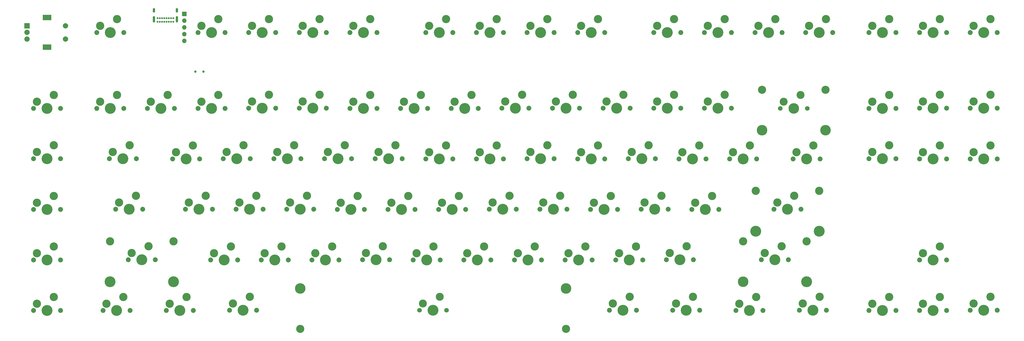
<source format=gts>
G04 #@! TF.GenerationSoftware,KiCad,Pcbnew,7.0.2*
G04 #@! TF.CreationDate,2023-06-28T22:35:23-06:00*
G04 #@! TF.ProjectId,TKL_Keyboard,544b4c5f-4b65-4796-926f-6172642e6b69,rev?*
G04 #@! TF.SameCoordinates,Original*
G04 #@! TF.FileFunction,Soldermask,Top*
G04 #@! TF.FilePolarity,Negative*
%FSLAX46Y46*%
G04 Gerber Fmt 4.6, Leading zero omitted, Abs format (unit mm)*
G04 Created by KiCad (PCBNEW 7.0.2) date 2023-06-28 22:35:23*
%MOMM*%
%LPD*%
G01*
G04 APERTURE LIST*
%ADD10C,1.850000*%
%ADD11C,3.100000*%
%ADD12C,4.100000*%
%ADD13C,3.987800*%
%ADD14C,3.048000*%
%ADD15C,1.750000*%
%ADD16C,3.000000*%
%ADD17R,1.700000X1.700000*%
%ADD18O,1.700000X1.700000*%
%ADD19R,2.000000X2.000000*%
%ADD20C,2.000000*%
%ADD21R,3.200000X2.000000*%
%ADD22C,0.700000*%
%ADD23O,0.900000X1.700000*%
%ADD24O,0.900000X2.400000*%
%ADD25C,0.900000*%
G04 APERTURE END LIST*
D10*
X118528000Y-123680000D03*
D11*
X119798000Y-121140000D03*
D12*
X123608000Y-123680000D03*
D11*
X126148000Y-118600000D03*
D10*
X128688000Y-123680000D03*
X237603000Y-85580000D03*
D11*
X238873000Y-83040000D03*
D12*
X242683000Y-85580000D03*
D11*
X245223000Y-80500000D03*
D10*
X247763000Y-85580000D03*
X161403000Y-85555000D03*
D11*
X162673000Y-83015000D03*
D12*
X166483000Y-85555000D03*
D11*
X169023000Y-80475000D03*
D10*
X171563000Y-85555000D03*
X249503000Y-142705000D03*
D11*
X250773000Y-140165000D03*
D12*
X254583000Y-142705000D03*
D11*
X257123000Y-137625000D03*
D10*
X259663000Y-142705000D03*
X113750000Y-37950000D03*
D11*
X115020000Y-35410000D03*
D12*
X118830000Y-37950000D03*
D11*
X121370000Y-32870000D03*
D10*
X123910000Y-37950000D03*
D13*
X133158100Y-134450000D03*
D14*
X133158100Y-149690000D03*
D15*
X178078000Y-142705000D03*
D16*
X179348000Y-140165000D03*
D12*
X183158000Y-142705000D03*
D16*
X185698000Y-137625000D03*
D15*
X188238000Y-142705000D03*
D13*
X233157900Y-134450000D03*
D14*
X233157900Y-149690000D03*
D10*
X232828000Y-123680000D03*
D11*
X234098000Y-121140000D03*
D12*
X237908000Y-123680000D03*
D11*
X240448000Y-118600000D03*
D10*
X242988000Y-123680000D03*
X156653000Y-123655000D03*
D11*
X157923000Y-121115000D03*
D12*
X161733000Y-123655000D03*
D11*
X164273000Y-118575000D03*
D10*
X166813000Y-123655000D03*
X32803000Y-123680000D03*
D11*
X34073000Y-121140000D03*
D12*
X37883000Y-123680000D03*
D11*
X40423000Y-118600000D03*
D10*
X42963000Y-123680000D03*
X209028000Y-66505000D03*
D11*
X210298000Y-63965000D03*
D12*
X214108000Y-66505000D03*
D11*
X216648000Y-61425000D03*
D10*
X219188000Y-66505000D03*
X218555000Y-37940000D03*
D11*
X219825000Y-35400000D03*
D12*
X223635000Y-37940000D03*
D11*
X226175000Y-32860000D03*
D10*
X228715000Y-37940000D03*
X347128000Y-142730000D03*
D11*
X348398000Y-140190000D03*
D12*
X352208000Y-142730000D03*
D11*
X354748000Y-137650000D03*
D10*
X357288000Y-142730000D03*
X266175000Y-37950000D03*
D11*
X267445000Y-35410000D03*
D12*
X271255000Y-37950000D03*
D11*
X273795000Y-32870000D03*
D10*
X276335000Y-37950000D03*
X347128000Y-85555000D03*
D11*
X348398000Y-83015000D03*
D12*
X352208000Y-85555000D03*
D11*
X354748000Y-80475000D03*
D10*
X357288000Y-85555000D03*
X56628000Y-66530000D03*
D11*
X57898000Y-63990000D03*
D12*
X61708000Y-66530000D03*
D11*
X64248000Y-61450000D03*
D10*
X66788000Y-66530000D03*
X180453000Y-85580000D03*
D11*
X181723000Y-83040000D03*
D12*
X185533000Y-85580000D03*
D11*
X188073000Y-80500000D03*
D10*
X190613000Y-85580000D03*
X89953000Y-104605000D03*
D11*
X91223000Y-102065000D03*
D12*
X95033000Y-104605000D03*
D11*
X97573000Y-99525000D03*
D10*
X100113000Y-104605000D03*
X204253000Y-104605000D03*
D11*
X205523000Y-102065000D03*
D12*
X209333000Y-104605000D03*
D11*
X211873000Y-99525000D03*
D10*
X214413000Y-104605000D03*
X270928000Y-123655000D03*
D11*
X272198000Y-121115000D03*
D12*
X276008000Y-123655000D03*
D11*
X278548000Y-118575000D03*
D10*
X281088000Y-123655000D03*
X385228000Y-142705000D03*
D11*
X386498000Y-140165000D03*
D12*
X390308000Y-142705000D03*
D11*
X392848000Y-137625000D03*
D10*
X395388000Y-142705000D03*
D17*
X89600000Y-30900000D03*
D18*
X89600000Y-33440000D03*
X89600000Y-35980000D03*
X89600000Y-38520000D03*
X89600000Y-41060000D03*
D10*
X180450000Y-37925000D03*
D11*
X181720000Y-35385000D03*
D12*
X185530000Y-37925000D03*
D11*
X188070000Y-32845000D03*
D10*
X190610000Y-37925000D03*
X318553000Y-85580000D03*
D11*
X319823000Y-83040000D03*
D12*
X323633000Y-85580000D03*
D11*
X326173000Y-80500000D03*
D10*
X328713000Y-85580000D03*
X218553000Y-85555000D03*
D11*
X219823000Y-83015000D03*
D12*
X223633000Y-85555000D03*
D11*
X226173000Y-80475000D03*
D10*
X228713000Y-85555000D03*
X32803000Y-66530000D03*
D11*
X34073000Y-63990000D03*
D12*
X37883000Y-66530000D03*
D11*
X40423000Y-61450000D03*
D10*
X42963000Y-66530000D03*
X32803000Y-142730000D03*
D11*
X34073000Y-140190000D03*
D12*
X37883000Y-142730000D03*
D11*
X40423000Y-137650000D03*
D10*
X42963000Y-142730000D03*
X189978000Y-66530000D03*
D11*
X191248000Y-63990000D03*
D12*
X195058000Y-66530000D03*
D11*
X197598000Y-61450000D03*
D10*
X200138000Y-66530000D03*
X385230000Y-66515000D03*
D11*
X386500000Y-63975000D03*
D12*
X390310000Y-66515000D03*
D11*
X392850000Y-61435000D03*
D10*
X395390000Y-66515000D03*
X323330000Y-37940000D03*
D11*
X324600000Y-35400000D03*
D12*
X328410000Y-37940000D03*
D11*
X330950000Y-32860000D03*
D10*
X333490000Y-37940000D03*
X199503000Y-85580000D03*
D11*
X200773000Y-83040000D03*
D12*
X204583000Y-85580000D03*
D11*
X207123000Y-80500000D03*
D10*
X209663000Y-85580000D03*
X109028000Y-104605000D03*
D11*
X110298000Y-102065000D03*
D12*
X114108000Y-104605000D03*
D11*
X116648000Y-99525000D03*
D10*
X119188000Y-104605000D03*
X132830000Y-37965000D03*
D11*
X134100000Y-35425000D03*
D12*
X137910000Y-37965000D03*
D11*
X140450000Y-32885000D03*
D10*
X142990000Y-37965000D03*
X320928000Y-142705000D03*
D11*
X322198000Y-140165000D03*
D12*
X326008000Y-142705000D03*
D11*
X328548000Y-137625000D03*
D10*
X331088000Y-142705000D03*
X85205000Y-85580000D03*
D11*
X86475000Y-83040000D03*
D12*
X90285000Y-85580000D03*
D11*
X92825000Y-80500000D03*
D10*
X95365000Y-85580000D03*
X166153000Y-104630000D03*
D11*
X167423000Y-102090000D03*
D12*
X171233000Y-104630000D03*
D11*
X173773000Y-99550000D03*
D10*
X176313000Y-104630000D03*
X32805000Y-85565000D03*
D11*
X34075000Y-83025000D03*
D12*
X37885000Y-85565000D03*
D11*
X40425000Y-80485000D03*
D10*
X42965000Y-85565000D03*
X366178000Y-142730000D03*
D11*
X367448000Y-140190000D03*
D12*
X371258000Y-142730000D03*
D11*
X373798000Y-137650000D03*
D10*
X376338000Y-142730000D03*
X294753000Y-85580000D03*
D11*
X296023000Y-83040000D03*
D12*
X299833000Y-85580000D03*
D11*
X302373000Y-80500000D03*
D10*
X304913000Y-85580000D03*
X61380000Y-85565000D03*
D11*
X62650000Y-83025000D03*
D12*
X66460000Y-85565000D03*
D11*
X69000000Y-80485000D03*
D10*
X71540000Y-85565000D03*
X194730000Y-123680000D03*
D11*
X196000000Y-121140000D03*
D12*
X199810000Y-123680000D03*
D11*
X202350000Y-118600000D03*
D10*
X204890000Y-123680000D03*
X63755000Y-104615000D03*
D11*
X65025000Y-102075000D03*
D12*
X68835000Y-104615000D03*
D11*
X71375000Y-99535000D03*
D10*
X73915000Y-104615000D03*
D11*
X299795000Y-116670000D03*
D13*
X299795000Y-131910000D03*
D10*
X306653000Y-123655000D03*
D11*
X307923000Y-121115000D03*
D12*
X311733000Y-123655000D03*
D11*
X314273000Y-118575000D03*
D10*
X316813000Y-123655000D03*
D11*
X323671000Y-116670000D03*
D12*
X323671000Y-131910000D03*
D10*
X75678000Y-66530000D03*
D11*
X76948000Y-63990000D03*
D12*
X80758000Y-66530000D03*
D11*
X83298000Y-61450000D03*
D10*
X85838000Y-66530000D03*
D19*
X30400000Y-35375000D03*
D20*
X30400000Y-40375000D03*
X30400000Y-37875000D03*
D21*
X37900000Y-32275000D03*
X37900000Y-43475000D03*
D20*
X44900000Y-40375000D03*
X44900000Y-35375000D03*
D10*
X266178000Y-66505000D03*
D11*
X267448000Y-63965000D03*
D12*
X271258000Y-66505000D03*
D11*
X273798000Y-61425000D03*
D10*
X276338000Y-66505000D03*
X106628000Y-142705000D03*
D11*
X107898000Y-140165000D03*
D12*
X111708000Y-142705000D03*
D11*
X114248000Y-137625000D03*
D10*
X116788000Y-142705000D03*
X94730000Y-37930000D03*
D11*
X96000000Y-35390000D03*
D12*
X99810000Y-37930000D03*
D11*
X102350000Y-32850000D03*
D10*
X104890000Y-37930000D03*
D11*
X304570000Y-97620000D03*
D12*
X304570000Y-112860000D03*
D10*
X311428000Y-104605000D03*
D11*
X312698000Y-102065000D03*
D12*
X316508000Y-104605000D03*
D11*
X319048000Y-99525000D03*
D10*
X321588000Y-104605000D03*
D11*
X328446000Y-97620000D03*
D12*
X328446000Y-112860000D03*
D10*
X275703000Y-85580000D03*
D11*
X276973000Y-83040000D03*
D12*
X280783000Y-85580000D03*
D11*
X283323000Y-80500000D03*
D10*
X285863000Y-85580000D03*
X385230000Y-37940000D03*
D11*
X386500000Y-35400000D03*
D12*
X390310000Y-37940000D03*
D11*
X392850000Y-32860000D03*
D10*
X395390000Y-37940000D03*
X151875000Y-37940000D03*
D11*
X153145000Y-35400000D03*
D12*
X156955000Y-37940000D03*
D11*
X159495000Y-32860000D03*
D10*
X162035000Y-37940000D03*
X59003000Y-142730000D03*
D11*
X60273000Y-140190000D03*
D12*
X64083000Y-142730000D03*
D11*
X66623000Y-137650000D03*
D10*
X69163000Y-142730000D03*
X285228000Y-66505000D03*
D11*
X286498000Y-63965000D03*
D12*
X290308000Y-66505000D03*
D11*
X292848000Y-61425000D03*
D10*
X295388000Y-66505000D03*
X175678000Y-123680000D03*
D11*
X176948000Y-121140000D03*
D12*
X180758000Y-123680000D03*
D11*
X183298000Y-118600000D03*
D10*
X185838000Y-123680000D03*
X56625000Y-37925000D03*
D11*
X57895000Y-35385000D03*
D12*
X61705000Y-37925000D03*
D11*
X64245000Y-32845000D03*
D10*
X66785000Y-37925000D03*
D14*
X306945000Y-59545000D03*
D13*
X306945000Y-74785000D03*
D15*
X313803000Y-66530000D03*
D16*
X315073000Y-63990000D03*
D13*
X318883000Y-66530000D03*
D16*
X321423000Y-61450000D03*
D15*
X323963000Y-66530000D03*
D14*
X330821000Y-59545000D03*
D13*
X330821000Y-74785000D03*
D10*
X385228000Y-85580000D03*
D11*
X386498000Y-83040000D03*
D12*
X390308000Y-85580000D03*
D11*
X392848000Y-80500000D03*
D10*
X395388000Y-85580000D03*
X347128000Y-66530000D03*
D11*
X348398000Y-63990000D03*
D12*
X352208000Y-66530000D03*
D11*
X354748000Y-61450000D03*
D10*
X357288000Y-66530000D03*
X251878000Y-123680000D03*
D11*
X253148000Y-121140000D03*
D12*
X256958000Y-123680000D03*
D11*
X259498000Y-118600000D03*
D10*
X262038000Y-123680000D03*
X366178000Y-123680000D03*
D11*
X367448000Y-121140000D03*
D12*
X371258000Y-123680000D03*
D11*
X373798000Y-118600000D03*
D10*
X376338000Y-123680000D03*
X366178000Y-85580000D03*
D11*
X367448000Y-83040000D03*
D12*
X371258000Y-85580000D03*
D11*
X373798000Y-80500000D03*
D10*
X376338000Y-85580000D03*
X213778000Y-123680000D03*
D11*
X215048000Y-121140000D03*
D12*
X218858000Y-123680000D03*
D11*
X221398000Y-118600000D03*
D10*
X223938000Y-123680000D03*
X347130000Y-37940000D03*
D11*
X348400000Y-35400000D03*
D12*
X352210000Y-37940000D03*
D11*
X354750000Y-32860000D03*
D10*
X357290000Y-37940000D03*
X223303000Y-104605000D03*
D11*
X224573000Y-102065000D03*
D12*
X228383000Y-104605000D03*
D11*
X230923000Y-99525000D03*
D10*
X233463000Y-104605000D03*
X304255000Y-37940000D03*
D11*
X305525000Y-35400000D03*
D12*
X309335000Y-37940000D03*
D11*
X311875000Y-32860000D03*
D10*
X314415000Y-37940000D03*
X261403000Y-104605000D03*
D11*
X262673000Y-102065000D03*
D12*
X266483000Y-104605000D03*
D11*
X269023000Y-99525000D03*
D10*
X271563000Y-104605000D03*
X99478000Y-123680000D03*
D11*
X100748000Y-121140000D03*
D12*
X104558000Y-123680000D03*
D11*
X107098000Y-118600000D03*
D10*
X109638000Y-123680000D03*
X297128000Y-142730000D03*
D11*
X298398000Y-140190000D03*
D12*
X302208000Y-142730000D03*
D11*
X304748000Y-137650000D03*
D10*
X307288000Y-142730000D03*
X285205000Y-37940000D03*
D11*
X286475000Y-35400000D03*
D12*
X290285000Y-37940000D03*
D11*
X292825000Y-32860000D03*
D10*
X295365000Y-37940000D03*
X82803000Y-142730000D03*
D11*
X84073000Y-140190000D03*
D12*
X87883000Y-142730000D03*
D11*
X90423000Y-137650000D03*
D10*
X92963000Y-142730000D03*
X237600000Y-37940000D03*
D11*
X238870000Y-35400000D03*
D12*
X242680000Y-37940000D03*
D11*
X245220000Y-32860000D03*
D10*
X247760000Y-37940000D03*
X113778000Y-66505000D03*
D11*
X115048000Y-63965000D03*
D12*
X118858000Y-66505000D03*
D11*
X121398000Y-61425000D03*
D10*
X123938000Y-66505000D03*
X32803000Y-104630000D03*
D11*
X34073000Y-102090000D03*
D12*
X37883000Y-104630000D03*
D11*
X40423000Y-99550000D03*
D10*
X42963000Y-104630000D03*
X228078000Y-66505000D03*
D11*
X229348000Y-63965000D03*
D12*
X233158000Y-66505000D03*
D11*
X235698000Y-61425000D03*
D10*
X238238000Y-66505000D03*
X137578000Y-123680000D03*
D11*
X138848000Y-121140000D03*
D12*
X142658000Y-123680000D03*
D11*
X145198000Y-118600000D03*
D10*
X147738000Y-123680000D03*
X104255000Y-85565000D03*
D11*
X105525000Y-83025000D03*
D12*
X109335000Y-85565000D03*
D11*
X111875000Y-80485000D03*
D10*
X114415000Y-85565000D03*
X273328000Y-142705000D03*
D11*
X274598000Y-140165000D03*
D12*
X278408000Y-142705000D03*
D11*
X280948000Y-137625000D03*
D10*
X283488000Y-142705000D03*
X123305000Y-85565000D03*
D11*
X124575000Y-83025000D03*
D12*
X128385000Y-85565000D03*
D11*
X130925000Y-80485000D03*
D10*
X133465000Y-85565000D03*
X242353000Y-104630000D03*
D11*
X243623000Y-102090000D03*
D12*
X247433000Y-104630000D03*
D11*
X249973000Y-99550000D03*
D10*
X252513000Y-104630000D03*
X280453000Y-104630000D03*
D11*
X281723000Y-102090000D03*
D12*
X285533000Y-104630000D03*
D11*
X288073000Y-99550000D03*
D10*
X290613000Y-104630000D03*
X247128000Y-66505000D03*
D11*
X248398000Y-63965000D03*
D12*
X252208000Y-66505000D03*
D11*
X254748000Y-61425000D03*
D10*
X257288000Y-66505000D03*
X151880000Y-66530000D03*
D11*
X153150000Y-63990000D03*
D12*
X156960000Y-66530000D03*
D11*
X159500000Y-61450000D03*
D10*
X162040000Y-66530000D03*
X256653000Y-85555000D03*
D11*
X257923000Y-83015000D03*
D12*
X261733000Y-85555000D03*
D11*
X264273000Y-80475000D03*
D10*
X266813000Y-85555000D03*
X94728000Y-66540000D03*
D11*
X95998000Y-64000000D03*
D12*
X99808000Y-66540000D03*
D11*
X102348000Y-61460000D03*
D10*
X104888000Y-66540000D03*
X185203000Y-104630000D03*
D11*
X186473000Y-102090000D03*
D12*
X190283000Y-104630000D03*
D11*
X192823000Y-99550000D03*
D10*
X195363000Y-104630000D03*
X366180000Y-66505000D03*
D11*
X367450000Y-63965000D03*
D12*
X371260000Y-66505000D03*
D11*
X373800000Y-61425000D03*
D10*
X376340000Y-66505000D03*
X170928000Y-66530000D03*
D11*
X172198000Y-63990000D03*
D12*
X176008000Y-66530000D03*
D11*
X178548000Y-61450000D03*
D10*
X181088000Y-66530000D03*
X128053000Y-104605000D03*
D11*
X129323000Y-102065000D03*
D12*
X133133000Y-104605000D03*
D11*
X135673000Y-99525000D03*
D10*
X138213000Y-104605000D03*
X147103000Y-104630000D03*
D11*
X148373000Y-102090000D03*
D12*
X152183000Y-104630000D03*
D11*
X154723000Y-99550000D03*
D10*
X157263000Y-104630000D03*
X142353000Y-85555000D03*
D11*
X143623000Y-83015000D03*
D12*
X147433000Y-85555000D03*
D11*
X149973000Y-80475000D03*
D10*
X152513000Y-85555000D03*
X366180000Y-37940000D03*
D11*
X367450000Y-35400000D03*
D12*
X371260000Y-37940000D03*
D11*
X373800000Y-32860000D03*
D10*
X376340000Y-37940000D03*
X199500000Y-37940000D03*
D11*
X200770000Y-35400000D03*
D12*
X204580000Y-37940000D03*
D11*
X207120000Y-32860000D03*
D10*
X209660000Y-37940000D03*
D11*
X61670000Y-116670000D03*
D12*
X61670000Y-131910000D03*
D10*
X68528000Y-123655000D03*
D11*
X69798000Y-121115000D03*
D12*
X73608000Y-123655000D03*
D11*
X76148000Y-118575000D03*
D10*
X78688000Y-123655000D03*
D11*
X85546000Y-116670000D03*
D12*
X85546000Y-131910000D03*
D10*
X132828000Y-66505000D03*
D11*
X134098000Y-63965000D03*
D12*
X137908000Y-66505000D03*
D11*
X140448000Y-61425000D03*
D10*
X142988000Y-66505000D03*
D22*
X79500000Y-33900000D03*
X80350000Y-33900000D03*
X81200000Y-33900000D03*
X82050000Y-33900000D03*
X82900000Y-33900000D03*
X83750000Y-33900000D03*
X84600000Y-33900000D03*
X85450000Y-33900000D03*
X85450000Y-32550000D03*
X84600000Y-32550000D03*
X83750000Y-32550000D03*
X82900000Y-32550000D03*
X82050000Y-32550000D03*
X81200000Y-32550000D03*
X80350000Y-32550000D03*
X79500000Y-32550000D03*
D23*
X78150000Y-29540000D03*
D24*
X78150000Y-32920000D03*
D23*
X86800000Y-29540000D03*
D24*
X86800000Y-32920000D03*
D25*
X96750000Y-52650000D03*
X93750000Y-52650000D03*
M02*

</source>
